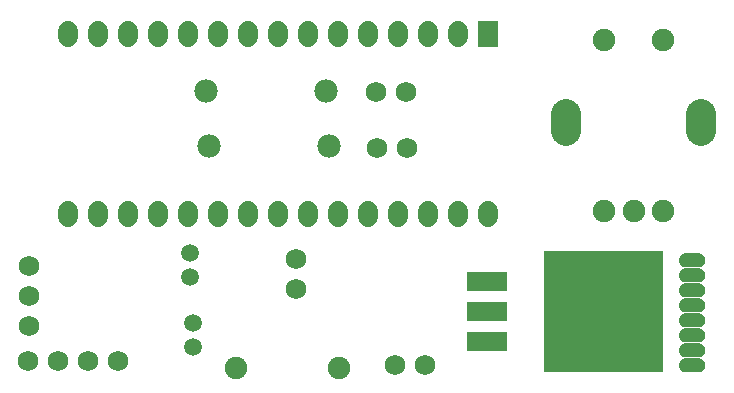
<source format=gbs>
G04 Layer: BottomSolderMaskLayer*
G04 EasyEDA v6.4.31, 2022-02-21 16:35:37*
G04 86a35107d0e148c68cbe8ff221d4d82a,63e7e6c6506342ae886175fa881d857f,10*
G04 Gerber Generator version 0.2*
G04 Scale: 100 percent, Rotated: No, Reflected: No *
G04 Dimensions in millimeters *
G04 leading zeros omitted , absolute positions ,4 integer and 5 decimal *
%FSLAX45Y45*%
%MOMM*%

%ADD30C,2.5016*%
%ADD31C,1.7272*%
%ADD32C,1.5032*%
%ADD33C,1.9016*%
%ADD34C,1.7526*%
%ADD35C,1.9812*%

%LPD*%
D30*
X10859998Y-3435606D02*
G01*
X10859998Y-3575606D01*
X12000001Y-3435606D02*
G01*
X12000001Y-3575606D01*
D31*
X9944100Y-2730500D02*
G01*
X9944100Y-2781300D01*
X9690100Y-2730500D02*
G01*
X9690100Y-2781300D01*
X9436100Y-2730500D02*
G01*
X9436100Y-2781300D01*
X9182100Y-2730500D02*
G01*
X9182100Y-2781300D01*
X8928100Y-2730500D02*
G01*
X8928100Y-2781300D01*
X8674100Y-2730500D02*
G01*
X8674100Y-2781300D01*
X8420100Y-2730500D02*
G01*
X8420100Y-2781300D01*
X8166100Y-2730500D02*
G01*
X8166100Y-2781300D01*
X7912100Y-2730500D02*
G01*
X7912100Y-2781300D01*
X7658100Y-2730500D02*
G01*
X7658100Y-2781300D01*
X7404100Y-2730500D02*
G01*
X7404100Y-2781300D01*
X7150100Y-2730500D02*
G01*
X7150100Y-2781300D01*
X6896100Y-2730500D02*
G01*
X6896100Y-2781300D01*
X6642100Y-2730500D02*
G01*
X6642100Y-2781300D01*
X6642100Y-4254500D02*
G01*
X6642100Y-4305300D01*
X6896100Y-4254500D02*
G01*
X6896100Y-4305300D01*
X7150100Y-4254500D02*
G01*
X7150100Y-4305300D01*
X7404100Y-4254500D02*
G01*
X7404100Y-4305300D01*
X7658100Y-4254500D02*
G01*
X7658100Y-4305300D01*
X7912100Y-4254500D02*
G01*
X7912100Y-4305300D01*
X8166100Y-4254500D02*
G01*
X8166100Y-4305300D01*
X8420100Y-4254500D02*
G01*
X8420100Y-4305300D01*
X8674100Y-4254500D02*
G01*
X8674100Y-4305300D01*
X8928100Y-4254500D02*
G01*
X8928100Y-4305300D01*
X9182100Y-4254500D02*
G01*
X9182100Y-4305300D01*
X9436100Y-4254500D02*
G01*
X9436100Y-4305300D01*
X9690100Y-4254500D02*
G01*
X9690100Y-4305300D01*
X9944100Y-4254500D02*
G01*
X9944100Y-4305300D01*
X10198100Y-4254500D02*
G01*
X10198100Y-4305300D01*
G36*
X10015474Y-5185918D02*
G01*
X10015474Y-5024881D01*
X10355579Y-5024881D01*
X10355579Y-5185918D01*
G37*
G36*
X10015474Y-5439918D02*
G01*
X10015474Y-5278881D01*
X10355579Y-5278881D01*
X10355579Y-5439918D01*
G37*
G36*
X10015474Y-4931918D02*
G01*
X10015474Y-4770881D01*
X10355579Y-4770881D01*
X10355579Y-4931918D01*
G37*
G36*
X10669777Y-5616702D02*
G01*
X10669777Y-4594097D01*
X11681968Y-4594097D01*
X11681968Y-5616702D01*
G37*
G01*
X9410700Y-5562600D03*
G01*
X9664700Y-5562600D03*
G01*
X8572500Y-4914900D03*
G01*
X8572500Y-4660900D03*
D32*
G01*
X7670800Y-4811699D03*
G01*
X7670800Y-4611700D03*
G01*
X7696200Y-5408599D03*
G01*
X7696200Y-5208600D03*
D33*
G01*
X8061299Y-5588000D03*
G01*
X8931300Y-5588000D03*
D34*
G01*
X9245600Y-3251200D03*
G01*
X9499600Y-3251200D03*
G01*
X9258300Y-3721100D03*
G01*
X9512300Y-3721100D03*
D35*
G01*
X8826500Y-3238500D03*
G01*
X7810500Y-3238500D03*
G01*
X8851900Y-3708400D03*
G01*
X7835900Y-3708400D03*
D33*
G01*
X11180013Y-2805607D03*
G01*
X11680012Y-2805607D03*
G01*
X11180013Y-4255592D03*
G01*
X11430000Y-4255592D03*
G01*
X11680012Y-4255592D03*
G36*
X10111740Y-2867660D02*
G01*
X10111740Y-2644139D01*
X10284459Y-2644139D01*
X10284459Y-2867660D01*
G37*
G36*
X11874245Y-4734560D02*
G01*
X11866879Y-4734052D01*
X11859259Y-4732781D01*
X11852147Y-4730242D01*
X11845036Y-4726939D01*
X11838686Y-4722876D01*
X11832843Y-4718050D01*
X11827509Y-4712462D01*
X11822938Y-4706365D01*
X11819381Y-4699507D01*
X11816588Y-4692395D01*
X11814556Y-4685029D01*
X11813540Y-4677410D01*
X11813540Y-4669789D01*
X11814556Y-4662170D01*
X11816588Y-4654804D01*
X11819381Y-4647692D01*
X11822938Y-4640834D01*
X11827509Y-4634737D01*
X11832843Y-4629150D01*
X11838686Y-4624323D01*
X11845036Y-4620260D01*
X11852147Y-4616957D01*
X11859259Y-4614418D01*
X11866879Y-4613147D01*
X11874245Y-4612639D01*
X11976354Y-4612639D01*
X11983720Y-4613147D01*
X11991340Y-4614418D01*
X11998452Y-4616957D01*
X12005563Y-4620260D01*
X12011913Y-4624323D01*
X12017756Y-4629150D01*
X12023090Y-4634737D01*
X12027661Y-4640834D01*
X12031218Y-4647692D01*
X12034011Y-4654804D01*
X12036043Y-4662170D01*
X12037059Y-4669789D01*
X12037059Y-4677410D01*
X12036043Y-4685029D01*
X12034011Y-4692395D01*
X12031218Y-4699507D01*
X12027661Y-4706365D01*
X12023090Y-4712462D01*
X12017756Y-4718050D01*
X12011913Y-4722876D01*
X12005563Y-4726939D01*
X11998452Y-4730242D01*
X11991340Y-4732781D01*
X11983720Y-4734052D01*
X11976354Y-4734560D01*
G37*
G36*
X11874245Y-4861560D02*
G01*
X11866879Y-4861052D01*
X11859259Y-4859781D01*
X11852147Y-4857242D01*
X11845036Y-4853939D01*
X11838686Y-4849876D01*
X11832843Y-4845050D01*
X11827509Y-4839462D01*
X11822938Y-4833365D01*
X11819381Y-4826507D01*
X11816588Y-4819395D01*
X11814556Y-4812029D01*
X11813540Y-4804410D01*
X11813540Y-4796789D01*
X11814556Y-4789170D01*
X11816588Y-4781804D01*
X11819381Y-4774692D01*
X11822938Y-4767834D01*
X11827509Y-4761737D01*
X11832843Y-4756150D01*
X11838686Y-4751323D01*
X11845036Y-4747260D01*
X11852147Y-4743957D01*
X11859259Y-4741418D01*
X11866879Y-4740147D01*
X11874245Y-4739639D01*
X11976354Y-4739639D01*
X11983720Y-4740147D01*
X11991340Y-4741418D01*
X11998452Y-4743957D01*
X12005563Y-4747260D01*
X12011913Y-4751323D01*
X12017756Y-4756150D01*
X12023090Y-4761737D01*
X12027661Y-4767834D01*
X12031218Y-4774692D01*
X12034011Y-4781804D01*
X12036043Y-4789170D01*
X12037059Y-4796789D01*
X12037059Y-4804410D01*
X12036043Y-4812029D01*
X12034011Y-4819395D01*
X12031218Y-4826507D01*
X12027661Y-4833365D01*
X12023090Y-4839462D01*
X12017756Y-4845050D01*
X12011913Y-4849876D01*
X12005563Y-4853939D01*
X11998452Y-4857242D01*
X11991340Y-4859781D01*
X11983720Y-4861052D01*
X11976354Y-4861560D01*
G37*
G36*
X11874245Y-4988560D02*
G01*
X11866879Y-4988052D01*
X11859259Y-4986781D01*
X11852147Y-4984242D01*
X11845036Y-4980939D01*
X11838686Y-4976876D01*
X11832843Y-4972050D01*
X11827509Y-4966462D01*
X11822938Y-4960365D01*
X11819381Y-4953507D01*
X11816588Y-4946395D01*
X11814556Y-4939029D01*
X11813540Y-4931410D01*
X11813540Y-4923789D01*
X11814556Y-4916170D01*
X11816588Y-4908804D01*
X11819381Y-4901692D01*
X11822938Y-4894834D01*
X11827509Y-4888737D01*
X11832843Y-4883150D01*
X11838686Y-4878323D01*
X11845036Y-4874260D01*
X11852147Y-4870957D01*
X11859259Y-4868418D01*
X11866879Y-4867147D01*
X11874245Y-4866639D01*
X11976354Y-4866639D01*
X11983720Y-4867147D01*
X11991340Y-4868418D01*
X11998452Y-4870957D01*
X12005563Y-4874260D01*
X12011913Y-4878323D01*
X12017756Y-4883150D01*
X12023090Y-4888737D01*
X12027661Y-4894834D01*
X12031218Y-4901692D01*
X12034011Y-4908804D01*
X12036043Y-4916170D01*
X12037059Y-4923789D01*
X12037059Y-4931410D01*
X12036043Y-4939029D01*
X12034011Y-4946395D01*
X12031218Y-4953507D01*
X12027661Y-4960365D01*
X12023090Y-4966462D01*
X12017756Y-4972050D01*
X12011913Y-4976876D01*
X12005563Y-4980939D01*
X11998452Y-4984242D01*
X11991340Y-4986781D01*
X11983720Y-4988052D01*
X11976354Y-4988560D01*
G37*
G36*
X11874245Y-5115560D02*
G01*
X11866879Y-5115052D01*
X11859259Y-5113781D01*
X11852147Y-5111242D01*
X11845036Y-5107939D01*
X11838686Y-5103876D01*
X11832843Y-5099050D01*
X11827509Y-5093462D01*
X11822938Y-5087365D01*
X11819381Y-5080507D01*
X11816588Y-5073395D01*
X11814556Y-5066029D01*
X11813540Y-5058410D01*
X11813540Y-5050789D01*
X11814556Y-5043170D01*
X11816588Y-5035804D01*
X11819381Y-5028692D01*
X11822938Y-5021834D01*
X11827509Y-5015737D01*
X11832843Y-5010150D01*
X11838686Y-5005323D01*
X11845036Y-5001260D01*
X11852147Y-4997957D01*
X11859259Y-4995418D01*
X11866879Y-4994147D01*
X11874245Y-4993639D01*
X11976354Y-4993639D01*
X11983720Y-4994147D01*
X11991340Y-4995418D01*
X11998452Y-4997957D01*
X12005563Y-5001260D01*
X12011913Y-5005323D01*
X12017756Y-5010150D01*
X12023090Y-5015737D01*
X12027661Y-5021834D01*
X12031218Y-5028692D01*
X12034011Y-5035804D01*
X12036043Y-5043170D01*
X12037059Y-5050789D01*
X12037059Y-5058410D01*
X12036043Y-5066029D01*
X12034011Y-5073395D01*
X12031218Y-5080507D01*
X12027661Y-5087365D01*
X12023090Y-5093462D01*
X12017756Y-5099050D01*
X12011913Y-5103876D01*
X12005563Y-5107939D01*
X11998452Y-5111242D01*
X11991340Y-5113781D01*
X11983720Y-5115052D01*
X11976354Y-5115560D01*
G37*
G36*
X11874245Y-5242560D02*
G01*
X11866879Y-5242052D01*
X11859259Y-5240781D01*
X11852147Y-5238242D01*
X11845036Y-5234939D01*
X11838686Y-5230876D01*
X11832843Y-5226050D01*
X11827509Y-5220462D01*
X11822938Y-5214365D01*
X11819381Y-5207507D01*
X11816588Y-5200395D01*
X11814556Y-5193029D01*
X11813540Y-5185410D01*
X11813540Y-5177789D01*
X11814556Y-5170170D01*
X11816588Y-5162804D01*
X11819381Y-5155692D01*
X11822938Y-5148834D01*
X11827509Y-5142737D01*
X11832843Y-5137150D01*
X11838686Y-5132323D01*
X11845036Y-5128260D01*
X11852147Y-5124957D01*
X11859259Y-5122418D01*
X11866879Y-5121147D01*
X11874245Y-5120639D01*
X11976354Y-5120639D01*
X11983720Y-5121147D01*
X11991340Y-5122418D01*
X11998452Y-5124957D01*
X12005563Y-5128260D01*
X12011913Y-5132323D01*
X12017756Y-5137150D01*
X12023090Y-5142737D01*
X12027661Y-5148834D01*
X12031218Y-5155692D01*
X12034011Y-5162804D01*
X12036043Y-5170170D01*
X12037059Y-5177789D01*
X12037059Y-5185410D01*
X12036043Y-5193029D01*
X12034011Y-5200395D01*
X12031218Y-5207507D01*
X12027661Y-5214365D01*
X12023090Y-5220462D01*
X12017756Y-5226050D01*
X12011913Y-5230876D01*
X12005563Y-5234939D01*
X11998452Y-5238242D01*
X11991340Y-5240781D01*
X11983720Y-5242052D01*
X11976354Y-5242560D01*
G37*
G36*
X11874245Y-5369560D02*
G01*
X11866879Y-5369052D01*
X11859259Y-5367781D01*
X11852147Y-5365242D01*
X11845036Y-5361939D01*
X11838686Y-5357876D01*
X11832843Y-5353050D01*
X11827509Y-5347462D01*
X11822938Y-5341365D01*
X11819381Y-5334507D01*
X11816588Y-5327395D01*
X11814556Y-5320029D01*
X11813540Y-5312410D01*
X11813540Y-5304789D01*
X11814556Y-5297170D01*
X11816588Y-5289804D01*
X11819381Y-5282692D01*
X11822938Y-5275834D01*
X11827509Y-5269737D01*
X11832843Y-5264150D01*
X11838686Y-5259323D01*
X11845036Y-5255260D01*
X11852147Y-5251957D01*
X11859259Y-5249418D01*
X11866879Y-5248147D01*
X11874245Y-5247639D01*
X11976354Y-5247639D01*
X11983720Y-5248147D01*
X11991340Y-5249418D01*
X11998452Y-5251957D01*
X12005563Y-5255260D01*
X12011913Y-5259323D01*
X12017756Y-5264150D01*
X12023090Y-5269737D01*
X12027661Y-5275834D01*
X12031218Y-5282692D01*
X12034011Y-5289804D01*
X12036043Y-5297170D01*
X12037059Y-5304789D01*
X12037059Y-5312410D01*
X12036043Y-5320029D01*
X12034011Y-5327395D01*
X12031218Y-5334507D01*
X12027661Y-5341365D01*
X12023090Y-5347462D01*
X12017756Y-5353050D01*
X12011913Y-5357876D01*
X12005563Y-5361939D01*
X11998452Y-5365242D01*
X11991340Y-5367781D01*
X11983720Y-5369052D01*
X11976354Y-5369560D01*
G37*
G36*
X11874245Y-5496560D02*
G01*
X11866879Y-5496052D01*
X11859259Y-5494781D01*
X11852147Y-5492242D01*
X11845036Y-5488939D01*
X11838686Y-5484876D01*
X11832843Y-5480050D01*
X11827509Y-5474462D01*
X11822938Y-5468365D01*
X11819381Y-5461507D01*
X11816588Y-5454395D01*
X11814556Y-5447029D01*
X11813540Y-5439410D01*
X11813540Y-5431789D01*
X11814556Y-5424170D01*
X11816588Y-5416804D01*
X11819381Y-5409692D01*
X11822938Y-5402834D01*
X11827509Y-5396737D01*
X11832843Y-5391150D01*
X11838686Y-5386323D01*
X11845036Y-5382260D01*
X11852147Y-5378957D01*
X11859259Y-5376418D01*
X11866879Y-5375147D01*
X11874245Y-5374639D01*
X11976354Y-5374639D01*
X11983720Y-5375147D01*
X11991340Y-5376418D01*
X11998452Y-5378957D01*
X12005563Y-5382260D01*
X12011913Y-5386323D01*
X12017756Y-5391150D01*
X12023090Y-5396737D01*
X12027661Y-5402834D01*
X12031218Y-5409692D01*
X12034011Y-5416804D01*
X12036043Y-5424170D01*
X12037059Y-5431789D01*
X12037059Y-5439410D01*
X12036043Y-5447029D01*
X12034011Y-5454395D01*
X12031218Y-5461507D01*
X12027661Y-5468365D01*
X12023090Y-5474462D01*
X12017756Y-5480050D01*
X12011913Y-5484876D01*
X12005563Y-5488939D01*
X11998452Y-5492242D01*
X11991340Y-5494781D01*
X11983720Y-5496052D01*
X11976354Y-5496560D01*
G37*
G36*
X11874245Y-5623560D02*
G01*
X11866879Y-5623052D01*
X11859259Y-5621781D01*
X11852147Y-5619242D01*
X11845036Y-5615939D01*
X11838686Y-5611876D01*
X11832843Y-5607050D01*
X11827509Y-5601462D01*
X11822938Y-5595365D01*
X11819381Y-5588507D01*
X11816588Y-5581395D01*
X11814556Y-5574029D01*
X11813540Y-5566410D01*
X11813540Y-5558789D01*
X11814556Y-5551170D01*
X11816588Y-5543804D01*
X11819381Y-5536692D01*
X11822938Y-5529834D01*
X11827509Y-5523737D01*
X11832843Y-5518150D01*
X11838686Y-5513323D01*
X11845036Y-5509260D01*
X11852147Y-5505957D01*
X11859259Y-5503418D01*
X11866879Y-5502147D01*
X11874245Y-5501639D01*
X11976354Y-5501639D01*
X11983720Y-5502147D01*
X11991340Y-5503418D01*
X11998452Y-5505957D01*
X12005563Y-5509260D01*
X12011913Y-5513323D01*
X12017756Y-5518150D01*
X12023090Y-5523737D01*
X12027661Y-5529834D01*
X12031218Y-5536692D01*
X12034011Y-5543804D01*
X12036043Y-5551170D01*
X12037059Y-5558789D01*
X12037059Y-5566410D01*
X12036043Y-5574029D01*
X12034011Y-5581395D01*
X12031218Y-5588507D01*
X12027661Y-5595365D01*
X12023090Y-5601462D01*
X12017756Y-5607050D01*
X12011913Y-5611876D01*
X12005563Y-5615939D01*
X11998452Y-5619242D01*
X11991340Y-5621781D01*
X11983720Y-5623052D01*
X11976354Y-5623560D01*
G37*
D31*
G01*
X7061200Y-5524500D03*
G01*
X6807200Y-5524500D03*
G01*
X6553200Y-5524500D03*
G01*
X6299200Y-5524500D03*
G01*
X6311900Y-4978400D03*
G01*
X6311900Y-5232400D03*
G01*
X6311900Y-4724400D03*
M02*

</source>
